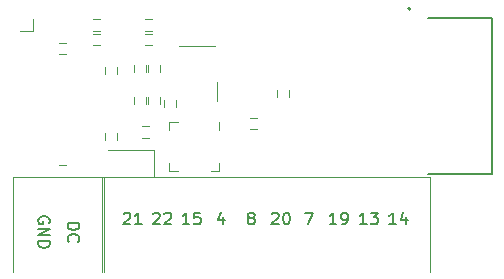
<source format=gbr>
%TF.GenerationSoftware,KiCad,Pcbnew,(6.0.2-0)*%
%TF.CreationDate,2022-02-20T10:55:36+00:00*%
%TF.ProjectId,Generic3,47656e65-7269-4633-932e-6b696361645f,1*%
%TF.SameCoordinates,Original*%
%TF.FileFunction,Legend,Top*%
%TF.FilePolarity,Positive*%
%FSLAX46Y46*%
G04 Gerber Fmt 4.6, Leading zero omitted, Abs format (unit mm)*
G04 Created by KiCad (PCBNEW (6.0.2-0)) date 2022-02-20 10:55:36*
%MOMM*%
%LPD*%
G01*
G04 APERTURE LIST*
%ADD10C,0.150000*%
%ADD11C,0.120000*%
%ADD12C,0.127000*%
%ADD13C,0.200000*%
G04 APERTURE END LIST*
D10*
X139900000Y-71638095D02*
X139947619Y-71542857D01*
X139947619Y-71400000D01*
X139900000Y-71257142D01*
X139804761Y-71161904D01*
X139709523Y-71114285D01*
X139519047Y-71066666D01*
X139376190Y-71066666D01*
X139185714Y-71114285D01*
X139090476Y-71161904D01*
X138995238Y-71257142D01*
X138947619Y-71400000D01*
X138947619Y-71495238D01*
X138995238Y-71638095D01*
X139042857Y-71685714D01*
X139376190Y-71685714D01*
X139376190Y-71495238D01*
X138947619Y-72114285D02*
X139947619Y-72114285D01*
X138947619Y-72685714D01*
X139947619Y-72685714D01*
X138947619Y-73161904D02*
X139947619Y-73161904D01*
X139947619Y-73400000D01*
X139900000Y-73542857D01*
X139804761Y-73638095D01*
X139709523Y-73685714D01*
X139519047Y-73733333D01*
X139376190Y-73733333D01*
X139185714Y-73685714D01*
X139090476Y-73638095D01*
X138995238Y-73542857D01*
X138947619Y-73400000D01*
X138947619Y-73161904D01*
X154640476Y-71085714D02*
X154640476Y-71752380D01*
X154402380Y-70704761D02*
X154164285Y-71419047D01*
X154783333Y-71419047D01*
X164209523Y-71752380D02*
X163638095Y-71752380D01*
X163923809Y-71752380D02*
X163923809Y-70752380D01*
X163828571Y-70895238D01*
X163733333Y-70990476D01*
X163638095Y-71038095D01*
X164685714Y-71752380D02*
X164876190Y-71752380D01*
X164971428Y-71704761D01*
X165019047Y-71657142D01*
X165114285Y-71514285D01*
X165161904Y-71323809D01*
X165161904Y-70942857D01*
X165114285Y-70847619D01*
X165066666Y-70800000D01*
X164971428Y-70752380D01*
X164780952Y-70752380D01*
X164685714Y-70800000D01*
X164638095Y-70847619D01*
X164590476Y-70942857D01*
X164590476Y-71180952D01*
X164638095Y-71276190D01*
X164685714Y-71323809D01*
X164780952Y-71371428D01*
X164971428Y-71371428D01*
X165066666Y-71323809D01*
X165114285Y-71276190D01*
X165161904Y-71180952D01*
X151759523Y-71752380D02*
X151188095Y-71752380D01*
X151473809Y-71752380D02*
X151473809Y-70752380D01*
X151378571Y-70895238D01*
X151283333Y-70990476D01*
X151188095Y-71038095D01*
X152664285Y-70752380D02*
X152188095Y-70752380D01*
X152140476Y-71228571D01*
X152188095Y-71180952D01*
X152283333Y-71133333D01*
X152521428Y-71133333D01*
X152616666Y-71180952D01*
X152664285Y-71228571D01*
X152711904Y-71323809D01*
X152711904Y-71561904D01*
X152664285Y-71657142D01*
X152616666Y-71704761D01*
X152521428Y-71752380D01*
X152283333Y-71752380D01*
X152188095Y-71704761D01*
X152140476Y-71657142D01*
X146188095Y-70847619D02*
X146235714Y-70800000D01*
X146330952Y-70752380D01*
X146569047Y-70752380D01*
X146664285Y-70800000D01*
X146711904Y-70847619D01*
X146759523Y-70942857D01*
X146759523Y-71038095D01*
X146711904Y-71180952D01*
X146140476Y-71752380D01*
X146759523Y-71752380D01*
X147711904Y-71752380D02*
X147140476Y-71752380D01*
X147426190Y-71752380D02*
X147426190Y-70752380D01*
X147330952Y-70895238D01*
X147235714Y-70990476D01*
X147140476Y-71038095D01*
X169259523Y-71752380D02*
X168688095Y-71752380D01*
X168973809Y-71752380D02*
X168973809Y-70752380D01*
X168878571Y-70895238D01*
X168783333Y-70990476D01*
X168688095Y-71038095D01*
X170116666Y-71085714D02*
X170116666Y-71752380D01*
X169878571Y-70704761D02*
X169640476Y-71419047D01*
X170259523Y-71419047D01*
X161566666Y-70752380D02*
X162233333Y-70752380D01*
X161804761Y-71752380D01*
X148688095Y-70847619D02*
X148735714Y-70800000D01*
X148830952Y-70752380D01*
X149069047Y-70752380D01*
X149164285Y-70800000D01*
X149211904Y-70847619D01*
X149259523Y-70942857D01*
X149259523Y-71038095D01*
X149211904Y-71180952D01*
X148640476Y-71752380D01*
X149259523Y-71752380D01*
X149640476Y-70847619D02*
X149688095Y-70800000D01*
X149783333Y-70752380D01*
X150021428Y-70752380D01*
X150116666Y-70800000D01*
X150164285Y-70847619D01*
X150211904Y-70942857D01*
X150211904Y-71038095D01*
X150164285Y-71180952D01*
X149592857Y-71752380D01*
X150211904Y-71752380D01*
X141447619Y-71638095D02*
X142447619Y-71638095D01*
X142447619Y-71876190D01*
X142400000Y-72019047D01*
X142304761Y-72114285D01*
X142209523Y-72161904D01*
X142019047Y-72209523D01*
X141876190Y-72209523D01*
X141685714Y-72161904D01*
X141590476Y-72114285D01*
X141495238Y-72019047D01*
X141447619Y-71876190D01*
X141447619Y-71638095D01*
X141542857Y-73209523D02*
X141495238Y-73161904D01*
X141447619Y-73019047D01*
X141447619Y-72923809D01*
X141495238Y-72780952D01*
X141590476Y-72685714D01*
X141685714Y-72638095D01*
X141876190Y-72590476D01*
X142019047Y-72590476D01*
X142209523Y-72638095D01*
X142304761Y-72685714D01*
X142400000Y-72780952D01*
X142447619Y-72923809D01*
X142447619Y-73019047D01*
X142400000Y-73161904D01*
X142352380Y-73209523D01*
X156904761Y-71180952D02*
X156809523Y-71133333D01*
X156761904Y-71085714D01*
X156714285Y-70990476D01*
X156714285Y-70942857D01*
X156761904Y-70847619D01*
X156809523Y-70800000D01*
X156904761Y-70752380D01*
X157095238Y-70752380D01*
X157190476Y-70800000D01*
X157238095Y-70847619D01*
X157285714Y-70942857D01*
X157285714Y-70990476D01*
X157238095Y-71085714D01*
X157190476Y-71133333D01*
X157095238Y-71180952D01*
X156904761Y-71180952D01*
X156809523Y-71228571D01*
X156761904Y-71276190D01*
X156714285Y-71371428D01*
X156714285Y-71561904D01*
X156761904Y-71657142D01*
X156809523Y-71704761D01*
X156904761Y-71752380D01*
X157095238Y-71752380D01*
X157190476Y-71704761D01*
X157238095Y-71657142D01*
X157285714Y-71561904D01*
X157285714Y-71371428D01*
X157238095Y-71276190D01*
X157190476Y-71228571D01*
X157095238Y-71180952D01*
X166759523Y-71752380D02*
X166188095Y-71752380D01*
X166473809Y-71752380D02*
X166473809Y-70752380D01*
X166378571Y-70895238D01*
X166283333Y-70990476D01*
X166188095Y-71038095D01*
X167092857Y-70752380D02*
X167711904Y-70752380D01*
X167378571Y-71133333D01*
X167521428Y-71133333D01*
X167616666Y-71180952D01*
X167664285Y-71228571D01*
X167711904Y-71323809D01*
X167711904Y-71561904D01*
X167664285Y-71657142D01*
X167616666Y-71704761D01*
X167521428Y-71752380D01*
X167235714Y-71752380D01*
X167140476Y-71704761D01*
X167092857Y-71657142D01*
X158738095Y-70847619D02*
X158785714Y-70800000D01*
X158880952Y-70752380D01*
X159119047Y-70752380D01*
X159214285Y-70800000D01*
X159261904Y-70847619D01*
X159309523Y-70942857D01*
X159309523Y-71038095D01*
X159261904Y-71180952D01*
X158690476Y-71752380D01*
X159309523Y-71752380D01*
X159928571Y-70752380D02*
X160023809Y-70752380D01*
X160119047Y-70800000D01*
X160166666Y-70847619D01*
X160214285Y-70942857D01*
X160261904Y-71133333D01*
X160261904Y-71371428D01*
X160214285Y-71561904D01*
X160166666Y-71657142D01*
X160119047Y-71704761D01*
X160023809Y-71752380D01*
X159928571Y-71752380D01*
X159833333Y-71704761D01*
X159785714Y-71657142D01*
X159738095Y-71561904D01*
X159690476Y-71371428D01*
X159690476Y-71133333D01*
X159738095Y-70942857D01*
X159785714Y-70847619D01*
X159833333Y-70800000D01*
X159928571Y-70752380D01*
D11*
%TO.C,R12*%
X149600000Y-61800000D02*
X149600000Y-61200000D01*
X150600000Y-61800000D02*
X150600000Y-61200000D01*
%TO.C,R11*%
X147750000Y-63450000D02*
X148350000Y-63450000D01*
X147750000Y-64450000D02*
X148350000Y-64450000D01*
%TO.C,R1*%
X160150000Y-60350000D02*
X160150000Y-60950000D01*
X159150000Y-60350000D02*
X159150000Y-60950000D01*
%TO.C,C1*%
X149250000Y-58850000D02*
X149250000Y-58250000D01*
X148250000Y-58850000D02*
X148250000Y-58250000D01*
%TO.C,U2*%
X150065000Y-63040000D02*
X150790000Y-63040000D01*
X154285000Y-63765000D02*
X154285000Y-63040000D01*
X154285000Y-67260000D02*
X153560000Y-67260000D01*
X150065000Y-67260000D02*
X150790000Y-67260000D01*
X154285000Y-66535000D02*
X154285000Y-67260000D01*
X150065000Y-66535000D02*
X150065000Y-67260000D01*
X150065000Y-63765000D02*
X150065000Y-63040000D01*
%TO.C,R4*%
X140750000Y-56350000D02*
X141350000Y-56350000D01*
X140750000Y-57350000D02*
X141350000Y-57350000D01*
%TO.C,C4*%
X140700000Y-67700000D02*
X141300000Y-67700000D01*
X140700000Y-66700000D02*
X141300000Y-66700000D01*
%TO.C,D7*%
X148785000Y-67735000D02*
X148785000Y-65465000D01*
X148785000Y-65465000D02*
X144900000Y-65465000D01*
X144900000Y-67735000D02*
X148785000Y-67735000D01*
%TO.C,C2*%
X156900000Y-63700000D02*
X157500000Y-63700000D01*
X156900000Y-62700000D02*
X157500000Y-62700000D01*
%TO.C,U3*%
X150850000Y-56625000D02*
X153950000Y-56625000D01*
X154125000Y-59675000D02*
X154125000Y-61275000D01*
%TO.C,R3*%
X143600000Y-55600000D02*
X144200000Y-55600000D01*
X143600000Y-56600000D02*
X144200000Y-56600000D01*
%TO.C,C3*%
X148100000Y-58860000D02*
X148100000Y-58260000D01*
X147100000Y-58860000D02*
X147100000Y-58260000D01*
%TO.C,J1*%
X144500000Y-67750000D02*
X144500000Y-75750000D01*
X136800000Y-67750000D02*
X144500000Y-67750000D01*
X136800000Y-67750000D02*
X136800000Y-75750000D01*
%TO.C,R10*%
X148000000Y-54400000D02*
X148600000Y-54400000D01*
X148000000Y-55400000D02*
X148600000Y-55400000D01*
%TO.C,R5*%
X144600000Y-59050000D02*
X144600000Y-58450000D01*
X145600000Y-59050000D02*
X145600000Y-58450000D01*
%TO.C,R8*%
X148100000Y-60950000D02*
X148100000Y-61550000D01*
X147100000Y-60950000D02*
X147100000Y-61550000D01*
D12*
%TO.C,U1*%
X177356750Y-67450000D02*
X171956750Y-67450000D01*
X177356750Y-54250000D02*
X177356750Y-67450000D01*
X171956750Y-54250000D02*
X177356750Y-54250000D01*
D13*
X170456750Y-53500000D02*
G75*
G03*
X170456750Y-53500000I-100000J0D01*
G01*
D11*
%TO.C,J2*%
X144400000Y-67750000D02*
X144400000Y-75750000D01*
X144400000Y-67750000D02*
X172100000Y-67750000D01*
X172100000Y-67750000D02*
X172100000Y-75750000D01*
%TO.C,D6*%
X137450000Y-55400000D02*
X138550000Y-55400000D01*
X138550000Y-55400000D02*
X138550000Y-54400000D01*
%TO.C,R9*%
X148000000Y-55600000D02*
X148600000Y-55600000D01*
X148000000Y-56600000D02*
X148600000Y-56600000D01*
%TO.C,R7*%
X149250000Y-60950000D02*
X149250000Y-61550000D01*
X148250000Y-60950000D02*
X148250000Y-61550000D01*
%TO.C,R6*%
X144600000Y-64600000D02*
X144600000Y-64000000D01*
X145600000Y-64600000D02*
X145600000Y-64000000D01*
%TO.C,R2*%
X143600000Y-54400000D02*
X144200000Y-54400000D01*
X143600000Y-55400000D02*
X144200000Y-55400000D01*
%TD*%
M02*

</source>
